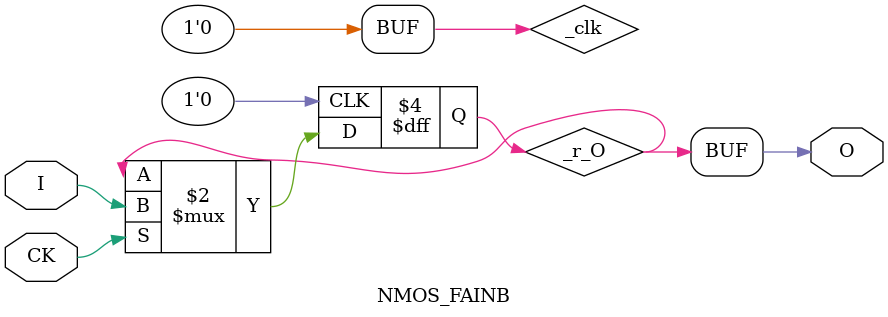
<source format=v>
module NMOS_FAINB
(
    input  I,
    input  CK,
    output O
);

`ifdef CLK_GEN
    wire _clk = `CLK_GEN.main_clk;
`else
    wire _clk = 1'b0;
`endif

    reg _r_O;

    always @(posedge _clk) begin

        if (CK) begin
            _r_O <= I;
        end
    end

    assign O = _r_O;

endmodule

</source>
